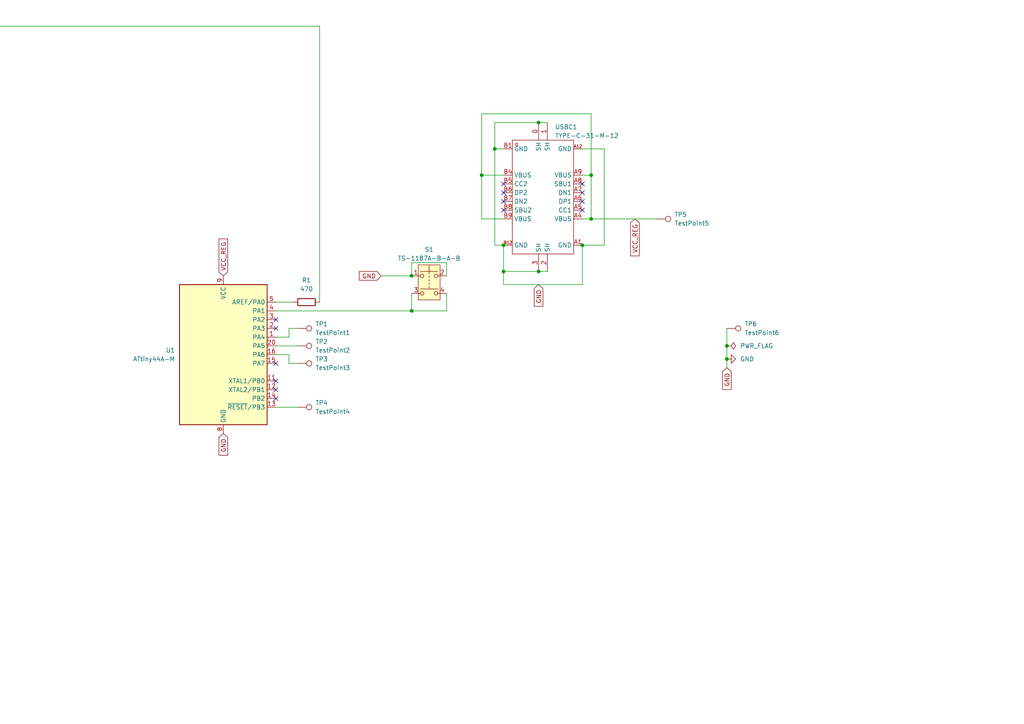
<source format=kicad_sch>
(kicad_sch (version 20231120) (generator "eeschema") (generator_version "8.0")
  (paper "A4")
  (lib_symbols
    (symbol "Connector:TestPoint" (pin_numbers hide) (pin_names (offset 0.762) hide)
      (property "Reference" "TP" (at 0 6.858 0))
      (property "Value" "TestPoint" (at 0 5.08 0))
      (symbol "TestPoint_0_1"
        (circle (center 0 3.302) (radius 0.762))
      )
      (symbol "TestPoint_1_1"
        (pin passive line (at 0 0 90) (length 2.54) (name "1") (number "1"))
      )
    )
    (symbol "Device:R" (pin_numbers hide) (pin_names (offset 0))
      (property "Reference" "R" (at 2.032 0 90))
      (property "Value" "R" (at 0 0 90))
      (symbol "R_0_1"
        (rectangle (start -1.016 -2.54) (end 1.016 2.54) (stroke (width 0.254)))
      )
      (symbol "R_1_1"
        (pin passive line (at 0 3.81 270) (length 1.27) (name "~") (number "1"))
        (pin passive line (at 0 -3.81 90) (length 1.27) (name "~") (number "2"))
      )
    )
    (symbol "MCU_Microchip_ATtiny:ATtiny44A-M"
      (property "Reference" "U" (at -12.7 21.59 0))
      (property "Value" "ATtiny44A-M" (at 2.54 -21.59 0))
      (symbol "ATtiny44A-M_0_1"
        (rectangle (start -12.7 -20.32) (end 12.7 20.32) (stroke (width 0.254)) (fill (type background)))
      )
      (symbol "ATtiny44A-M_1_1"
        (pin bidirectional line (at 15.24 5.08 180) (length 2.54) (name "PA4") (number "1"))
        (pin no_connect line (at -12.7 -10.16 0) (length 2.54) hide (name "NC") (number "10"))
        (pin bidirectional line (at 15.24 -7.62 180) (length 2.54) (name "XTAL1/PB0") (number "11"))
        (pin bidirectional line (at 15.24 -10.16 180) (length 2.54) (name "XTAL2/PB1") (number "12"))
        (pin bidirectional line (at 15.24 -15.24 180) (length 2.54) (name "~{RESET}/PB3") (number "13"))
        (pin bidirectional line (at 15.24 -12.7 180) (length 2.54) (name "PB2") (number "14"))
        (pin bidirectional line (at 15.24 -2.54 180) (length 2.54) (name "PA7") (number "15"))
        (pin bidirectional line (at 15.24 0 180) (length 2.54) (name "PA6") (number "16"))
        (pin no_connect line (at -12.7 -12.7 0) (length 2.54) hide (name "NC") (number "17"))
        (pin no_connect line (at -12.7 -15.24 0) (length 2.54) hide (name "NC") (number "18"))
        (pin no_connect line (at -12.7 -17.78 0) (length 2.54) hide (name "NC") (number "19"))
        (pin bidirectional line (at 15.24 7.62 180) (length 2.54) (name "PA3") (number "2"))
        (pin bidirectional line (at 15.24 2.54 180) (length 2.54) (name "PA5") (number "20"))
        (pin passive line (at 0 -22.86 90) (length 2.54) hide (name "GND") (number "21"))
        (pin bidirectional line (at 15.24 10.16 180) (length 2.54) (name "PA2") (number "3"))
        (pin bidirectional line (at 15.24 12.7 180) (length 2.54) (name "PA1") (number "4"))
        (pin bidirectional line (at 15.24 15.24 180) (length 2.54) (name "AREF/PA0") (number "5"))
        (pin no_connect line (at -12.7 -5.08 0) (length 2.54) hide (name "NC") (number "6"))
        (pin no_connect line (at -12.7 -7.62 0) (length 2.54) hide (name "NC") (number "7"))
        (pin power_in line (at 0 -22.86 90) (length 2.54) (name "GND") (number "8"))
        (pin power_in line (at 0 22.86 270) (length 2.54) (name "VCC") (number "9"))
      )
    )
    (symbol "Switch:SW_Push_Dual" (pin_names (offset 1.016) hide)
      (property "Reference" "SW" (at 0 7.62 0))
      (property "Value" "SW_Push_Dual" (at 0 -6.35 0))
      (symbol "SW_Push_Dual_0_1"
        (circle (center -2.032 -2.54) (radius 0.508))
        (circle (center -2.032 2.54) (radius 0.508))
        (polyline (pts (xy 0 -0.508) (xy 0 -1.016)))
        (polyline (pts (xy 0 0.508) (xy 0 0)))
        (polyline (pts (xy 0 1.016) (xy 0 1.524)))
        (polyline (pts (xy 0 2.032) (xy 0 2.54)))
        (polyline (pts (xy 0 3.048) (xy 0 3.556)))
        (polyline (pts (xy 0 3.81) (xy 0 5.588)))
        (polyline (pts (xy 2.54 -1.27) (xy -2.54 -1.27)))
        (polyline (pts (xy 2.54 3.81) (xy -2.54 3.81)))
        (circle (center 2.032 -2.54) (radius 0.508))
        (circle (center 2.032 2.54) (radius 0.508))
        (pin passive line (at -5.08 2.54 0) (length 2.54) (name "1") (number "1"))
        (pin passive line (at 5.08 2.54 180) (length 2.54) (name "2") (number "2"))
        (pin passive line (at -5.08 -2.54 0) (length 2.54) (name "3") (number "3"))
        (pin passive line (at 5.08 -2.54 180) (length 2.54) (name "4") (number "4"))
      )
      (symbol "SW_Push_Dual_1_1"
        (rectangle (start -3.175 5.715) (end 3.175 -4.445) (fill (type background)))
      )
    )
    (symbol "lih:SK6805-EC15"
      (property "Reference" "LED" (at 24.13 7.62 0))
      (property "Value" "SK6805-EC15" (at 24.13 5.08 0))
      (symbol "SK6805-EC15_1_1"
        (rectangle (start 5.08 2.54) (end 22.86 -5.08) (stroke (width 0.254)) (fill (type background)))
        (pin passive line (at 0 -2.54 0) (length 5.08) (name "DIN") (number "1"))
        (pin passive line (at 27.94 -2.54 180) (length 5.08) (name "VDD") (number "2"))
        (pin passive line (at 27.94 0 180) (length 5.08) (name "DOUT") (number "3"))
        (pin passive line (at 0 0 0) (length 5.08) (name "GND") (number "4"))
      )
    )
    (symbol "power:GND" (power) (pin_names (offset 0))
      (property "Value" "GND" (at 0 -3.81 0))
      (symbol "GND_0_1"
        (polyline (pts (xy 0 0) (xy 0 -1.27) (xy 1.27 -1.27) (xy 0 -2.54) (xy -1.27 -1.27) (xy 0 -1.27)))
      )
      (symbol "GND_1_1"
        (pin power_in line (at 0 0 270) (length 0) hide (name "GND") (number "1"))
      )
    )
    (symbol "power:PWR_FLAG" (power) (pin_numbers hide) (pin_names (offset 0) hide)
      (property "Value" "PWR_FLAG" (at 0 3.81 0))
      (symbol "PWR_FLAG_0_0"
        (pin power_out line (at 0 0 90) (length 0) (name "pwr") (number "1"))
      )
      (symbol "PWR_FLAG_0_1"
        (polyline (pts (xy 0 0) (xy 0 1.27) (xy -1.016 1.905) (xy 0 2.54) (xy 1.016 1.905) (xy 0 1.27)))
      )
    )
    (symbol "usb_c_symbol:TYPE-C-31-M-12"
      (property "Reference" "USBC" (at 0 0 0))
      (symbol "TYPE-C-31-M-12_1_0"
        (rectangle (start -8.89 -16.51) (end 8.89 16.51))
        (circle (center -7.62 15.24) (radius 0.381))
        (pin unspecified line (at -1.27 21.59 270) (length 5.08) (name "SH") (number "0"))
        (pin unspecified line (at 1.27 21.59 270) (length 5.08) (name "SH") (number "1"))
        (pin unspecified line (at 1.27 -21.59 90) (length 5.08) (name "SH") (number "2"))
        (pin unspecified line (at -1.27 -21.59 90) (length 5.08) (name "SH") (number "3"))
        (pin unspecified line (at 11.43 -13.97 180) (length 2.54) (name "GND") (number "A1"))
        (pin unspecified line (at 11.43 13.97 180) (length 2.54) (name "GND") (number "A12"))
        (pin unspecified line (at 11.43 -6.35 180) (length 2.54) (name "VBUS") (number "A4"))
        (pin unspecified line (at 11.43 -3.81 180) (length 2.54) (name "CC1") (number "A5"))
        (pin unspecified line (at 11.43 -1.27 180) (length 2.54) (name "DP1") (number "A6"))
        (pin unspecified line (at 11.43 1.27 180) (length 2.54) (name "DN1") (number "A7"))
        (pin unspecified line (at 11.43 3.81 180) (length 2.54) (name "SBU1") (number "A8"))
        (pin unspecified line (at 11.43 6.35 180) (length 2.54) (name "VBUS") (number "A9"))
        (pin unspecified line (at -11.43 13.97 0) (length 2.54) (name "GND") (number "B1"))
        (pin unspecified line (at -11.43 -13.97 0) (length 2.54) (name "GND") (number "B12"))
        (pin unspecified line (at -11.43 6.35 0) (length 2.54) (name "VBUS") (number "B4"))
        (pin unspecified line (at -11.43 3.81 0) (length 2.54) (name "CC2") (number "B5"))
        (pin unspecified line (at -11.43 1.27 0) (length 2.54) (name "DP2") (number "B6"))
        (pin unspecified line (at -11.43 -1.27 0) (length 2.54) (name "DN2") (number "B7"))
        (pin unspecified line (at -11.43 -3.81 0) (length 2.54) (name "SBU2") (number "B8"))
        (pin unspecified line (at -11.43 -6.35 0) (length 2.54) (name "VBUS") (number "B9"))
      )
    )
  )
  (junction (at 135.89 -25.4))
  (junction (at 119.38 90.17))
  (junction (at 43.18 -48.26))
  (junction (at 163.83 -11.43))
  (junction (at 224.79 -35.56))
  (junction (at 143.51 43.18))
  (junction (at 255.27 -35.56))
  (junction (at 139.7 50.8))
  (junction (at 171.45 50.8))
  (junction (at 162.56 -35.56))
  (junction (at 101.6 -35.56))
  (junction (at 156.21 78.74))
  (junction (at 156.21 35.56))
  (junction (at 105.41 -25.4))
  (junction (at 73.66 -25.4))
  (junction (at 101.6 -11.43))
  (junction (at 168.91 71.12))
  (junction (at 73.66 -48.26))
  (junction (at 224.79 -11.43))
  (junction (at 133.35 -11.43))
  (junction (at 227.33 -48.26))
  (junction (at 210.82 100.33))
  (junction (at 171.45 63.5))
  (junction (at 210.82 104.14))
  (junction (at 146.05 71.12))
  (junction (at 43.18 -25.4))
  (junction (at 146.05 78.74))
  (junction (at 71.12 -11.43))
  (junction (at 71.12 -35.56))
  (junction (at 134.62 -48.26))
  (junction (at 166.37 -48.26))
  (junction (at 194.31 -35.56))
  (junction (at 194.31 -11.43))
  (junction (at 104.14 -48.26))
  (junction (at 119.38 80.01))
  (junction (at 132.08 -35.56))
  (junction (at 166.37 -25.4))
  (junction (at 196.85 -48.26))
  (no_connect (at 168.91 53.34))
  (no_connect (at 80.01 105.41))
  (no_connect (at 168.91 60.96))
  (no_connect (at 224.79 -20.32))
  (no_connect (at 168.91 55.88))
  (no_connect (at 146.05 60.96))
  (no_connect (at 80.01 95.25))
  (no_connect (at 168.91 58.42))
  (no_connect (at 80.01 113.03))
  (no_connect (at 146.05 55.88))
  (no_connect (at 80.01 110.49))
  (no_connect (at 146.05 53.34))
  (no_connect (at 80.01 115.57))
  (no_connect (at 146.05 58.42))
  (no_connect (at 80.01 92.71))
  (wire (pts (xy 166.37 -25.4) (xy 135.89 -25.4)))
  (wire (pts (xy 285.75 -35.56) (xy 285.75 -40.64)))
  (wire (pts (xy 104.14 -48.26) (xy 134.62 -48.26)))
  (wire (pts (xy 224.79 -35.56) (xy 224.79 -40.64)))
  (wire (pts (xy 196.85 -48.26) (xy 196.85 -43.18)))
  (wire (pts (xy 71.12 -35.56) (xy 39.37 -35.56)))
  (wire (pts (xy -2.54 -40.64) (xy 11.43 -40.64)))
  (wire (pts (xy 163.83 -11.43) (xy 194.31 -11.43)))
  (wire (pts (xy 175.26 71.12) (xy 168.91 71.12)))
  (wire (pts (xy 143.51 35.56) (xy 143.51 43.18)))
  (wire (pts (xy 101.6 -35.56) (xy 71.12 -35.56)))
  (wire (pts (xy 171.45 63.5) (xy 168.91 63.5)))
  (wire (pts (xy 72.39 -20.32) (xy 72.39 -17.78)))
  (wire (pts (xy 119.38 76.2) (xy 119.38 80.01)))
  (wire (pts (xy 132.08 -35.56) (xy 101.6 -35.56)))
  (wire (pts (xy 146.05 82.55) (xy 146.05 78.74)))
  (wire (pts (xy 165.1 -17.78) (xy 166.37 -17.78)))
  (wire (pts (xy 3.81 -29.21) (xy 300.99 -29.21)))
  (wire (pts (xy 86.36 118.11) (xy 80.01 118.11)))
  (wire (pts (xy 139.7 50.8) (xy 139.7 33.02)))
  (wire (pts (xy 162.56 -35.56) (xy 132.08 -35.56)))
  (wire (pts (xy 41.91 -43.18) (xy 41.91 -40.64)))
  (wire (pts (xy 102.87 -40.64) (xy 104.14 -40.64)))
  (wire (pts (xy 146.05 78.74) (xy 146.05 71.12)))
  (wire (pts (xy 40.64 -17.78) (xy 43.18 -17.78)))
  (wire (pts (xy 72.39 -40.64) (xy 73.66 -40.64)))
  (wire (pts (xy 134.62 -20.32) (xy 134.62 -17.78)))
  (wire (pts (xy 43.18 -48.26) (xy 73.66 -48.26)))
  (wire (pts (xy 92.71 7.62) (xy 92.71 87.63)))
  (wire (pts (xy 80.01 87.63) (xy 85.09 87.63)))
  (wire (pts (xy 194.31 -35.56) (xy 194.31 -40.64)))
  (wire (pts (xy 43.18 -20.32) (xy 43.18 -25.4)))
  (wire (pts (xy 255.27 -35.56) (xy 224.79 -35.56)))
  (wire (pts (xy 195.58 -17.78) (xy 196.85 -17.78)))
  (wire (pts (xy 71.12 -11.43) (xy 39.37 -11.43)))
  (wire (pts (xy 73.66 -48.26) (xy 73.66 -43.18)))
  (wire (pts (xy 134.62 -48.26) (xy 166.37 -48.26)))
  (wire (pts (xy 146.05 82.55) (xy 168.91 82.55)))
  (wire (pts (xy 80.01 100.33) (xy 86.36 100.33)))
  (wire (pts (xy 43.18 -48.26) (xy 43.18 -43.18)))
  (wire (pts (xy 257.81 -48.26) (xy 257.81 -43.18)))
  (wire (pts (xy 71.12 -20.32) (xy 72.39 -20.32)))
  (wire (pts (xy 101.6 -35.56) (xy 101.6 -40.64)))
  (wire (pts (xy 162.56 -43.18) (xy 165.1 -43.18)))
  (wire (pts (xy 165.1 -20.32) (xy 165.1 -17.78)))
  (wire (pts (xy 129.54 76.2) (xy 129.54 80.01)))
  (wire (pts (xy 71.12 -17.78) (xy 71.12 -11.43)))
  (wire (pts (xy 101.6 -11.43) (xy 133.35 -11.43)))
  (wire (pts (xy 163.83 -20.32) (xy 165.1 -20.32)))
  (wire (pts (xy 165.1 -43.18) (xy 165.1 -40.64)))
  (wire (pts (xy 101.6 -20.32) (xy 102.87 -20.32)))
  (wire (pts (xy -2.54 7.62) (xy 92.71 7.62)))
  (wire (pts (xy 102.87 -20.32) (xy 102.87 -17.78)))
  (wire (pts (xy 156.21 35.56) (xy 158.75 35.56)))
  (wire (pts (xy 119.38 85.09) (xy 119.38 90.17)))
  (wire (pts (xy 255.27 -35.56) (xy 255.27 -40.64)))
  (wire (pts (xy 146.05 63.5) (xy 139.7 63.5)))
  (wire (pts (xy 175.26 43.18) (xy 175.26 71.12)))
  (wire (pts (xy 110.49 80.01) (xy 119.38 80.01)))
  (wire (pts (xy 300.99 -43.18) (xy 300.99 -29.21)))
  (wire (pts (xy 86.36 105.41) (xy 83.82 105.41)))
  (wire (pts (xy 210.82 95.25) (xy 210.82 100.33)))
  (wire (pts (xy 256.54 -43.18) (xy 256.54 -40.64)))
  (wire (pts (xy 135.89 -25.4) (xy 105.41 -25.4)))
  (wire (pts (xy 285.75 -35.56) (xy 255.27 -35.56)))
  (wire (pts (xy 146.05 78.74) (xy 156.21 78.74)))
  (wire (pts (xy 3.81 -29.21) (xy 3.81 -17.78)))
  (wire (pts (xy 168.91 43.18) (xy 175.26 43.18)))
  (wire (pts (xy 226.06 -40.64) (xy 227.33 -40.64)))
  (wire (pts (xy 133.35 -40.64) (xy 134.62 -40.64)))
  (wire (pts (xy 224.79 -43.18) (xy 226.06 -43.18)))
  (wire (pts (xy 196.85 -48.26) (xy 227.33 -48.26)))
  (wire (pts (xy 83.82 102.87) (xy 80.01 102.87)))
  (wire (pts (xy 168.91 50.8) (xy 171.45 50.8)))
  (wire (pts (xy 210.82 100.33) (xy 210.82 104.14)))
  (wire (pts (xy 73.66 -20.32) (xy 73.66 -25.4)))
  (wire (pts (xy 105.41 -25.4) (xy 73.66 -25.4)))
  (wire (pts (xy 134.62 -17.78) (xy 135.89 -17.78)))
  (wire (pts (xy 139.7 33.02) (xy 171.45 33.02)))
  (wire (pts (xy 194.31 -11.43) (xy 224.79 -11.43)))
  (wire (pts (xy 129.54 85.09) (xy 129.54 90.17)))
  (wire (pts (xy 135.89 -20.32) (xy 135.89 -25.4)))
  (wire (pts (xy 194.31 -43.18) (xy 195.58 -43.18)))
  (wire (pts (xy 11.43 -48.26) (xy 11.43 -43.18)))
  (wire (pts (xy 134.62 -48.26) (xy 134.62 -43.18)))
  (wire (pts (xy 195.58 -40.64) (xy 196.85 -40.64)))
  (wire (pts (xy 73.66 -25.4) (xy 43.18 -25.4)))
  (wire (pts (xy 39.37 -35.56) (xy 39.37 -40.64)))
  (wire (pts (xy 224.79 -11.43) (xy 224.79 -17.78)))
  (wire (pts (xy 39.37 -43.18) (xy 41.91 -43.18)))
  (wire (pts (xy 196.85 -20.32) (xy 196.85 -25.4)))
  (wire (pts (xy 86.36 95.25) (xy 83.82 95.25)))
  (wire (pts (xy 162.56 -35.56) (xy 162.56 -40.64)))
  (wire (pts (xy 71.12 -35.56) (xy 71.12 -40.64)))
  (wire (pts (xy 80.01 90.17) (xy 119.38 90.17)))
  (wire (pts (xy 133.35 -43.18) (xy 133.35 -40.64)))
  (wire (pts (xy 102.87 -43.18) (xy 102.87 -40.64)))
  (wire (pts (xy 72.39 -43.18) (xy 72.39 -40.64)))
  (wire (pts (xy 194.31 -20.32) (xy 195.58 -20.32)))
  (wire (pts (xy 132.08 -35.56) (xy 132.08 -40.64)))
  (wire (pts (xy 11.43 -25.4) (xy 43.18 -25.4)))
  (wire (pts (xy 119.38 76.2) (xy 129.54 76.2)))
  (wire (pts (xy 227.33 -48.26) (xy 257.81 -48.26)))
  (wire (pts (xy 163.83 -11.43) (xy 163.83 -17.78)))
  (wire (pts (xy 227.33 -48.26) (xy 227.33 -43.18)))
  (wire (pts (xy 133.35 -11.43) (xy 133.35 -17.78)))
  (wire (pts (xy 132.08 -43.18) (xy 133.35 -43.18)))
  (wire (pts (xy 195.58 -20.32) (xy 195.58 -17.78)))
  (wire (pts (xy 256.54 -40.64) (xy 257.81 -40.64)))
  (wire (pts (xy 171.45 33.02) (xy 171.45 50.8)))
  (wire (pts (xy 166.37 -48.26) (xy 166.37 -43.18)))
  (wire (pts (xy 83.82 97.79) (xy 80.01 97.79)))
  (wire (pts (xy 39.37 -11.43) (xy 39.37 -17.78)))
  (wire (pts (xy 83.82 105.41) (xy 83.82 102.87)))
  (wire (pts (xy 11.43 -48.26) (xy 43.18 -48.26)))
  (wire (pts (xy 255.27 -43.18) (xy 256.54 -43.18)))
  (wire (pts (xy 139.7 63.5) (xy 139.7 50.8)))
  (wire (pts (xy 41.91 -40.64) (xy 43.18 -40.64)))
  (wire (pts (xy 156.21 35.56) (xy 143.51 35.56)))
  (wire (pts (xy 166.37 -48.26) (xy 196.85 -48.26)))
  (wire (pts (xy 72.39 -17.78) (xy 73.66 -17.78)))
  (wire (pts (xy 171.45 50.8) (xy 171.45 63.5)))
  (wire (pts (xy 104.14 -48.26) (xy 104.14 -43.18)))
  (wire (pts (xy 11.43 -25.4) (xy 11.43 -20.32)))
  (wire (pts (xy 146.05 43.18) (xy 143.51 43.18)))
  (wire (pts (xy 168.91 71.12) (xy 168.91 82.55)))
  (wire (pts (xy 83.82 95.25) (xy 83.82 97.79)))
  (wire (pts (xy 129.54 90.17) (xy 119.38 90.17)))
  (wire (pts (xy 71.12 -43.18) (xy 72.39 -43.18)))
  (wire (pts (xy 165.1 -40.64) (xy 166.37 -40.64)))
  (wire (pts (xy 156.21 78.74) (xy 158.75 78.74)))
  (wire (pts (xy 101.6 -11.43) (xy 101.6 -17.78)))
  (wire (pts (xy 226.06 -43.18) (xy 226.06 -40.64)))
  (wire (pts (xy 171.45 63.5) (xy 190.5 63.5)))
  (wire (pts (xy 166.37 -20.32) (xy 166.37 -25.4)))
  (wire (pts (xy 143.51 71.12) (xy 146.05 71.12)))
  (wire (pts (xy 73.66 -48.26) (xy 104.14 -48.26)))
  (wire (pts (xy 285.75 -43.18) (xy 300.99 -43.18)))
  (wire (pts (xy 133.35 -11.43) (xy 163.83 -11.43)))
  (wire (pts (xy 3.81 -17.78) (xy 11.43 -17.78)))
  (wire (pts (xy 224.79 -11.43) (xy 285.75 -11.43)))
  (wire (pts (xy 194.31 -11.43) (xy 194.31 -17.78)))
  (wire (pts (xy 105.41 -20.32) (xy 105.41 -25.4)))
  (wire (pts (xy 224.79 -35.56) (xy 194.31 -35.56)))
  (wire (pts (xy -2.54 7.62) (xy -2.54 -40.64)))
  (wire (pts (xy 210.82 104.14) (xy 210.82 106.68)))
  (wire (pts (xy 39.37 -20.32) (xy 40.64 -20.32)))
  (wire (pts (xy 71.12 -11.43) (xy 101.6 -11.43)))
  (wire (pts (xy 133.35 -20.32) (xy 134.62 -20.32)))
  (wire (pts (xy 101.6 -43.18) (xy 102.87 -43.18)))
  (wire (pts (xy 194.31 -35.56) (xy 162.56 -35.56)))
  (wire (pts (xy 102.87 -17.78) (xy 105.41 -17.78)))
  (wire (pts (xy 146.05 50.8) (xy 139.7 50.8)))
  (wire (pts (xy 196.85 -25.4) (xy 166.37 -25.4)))
  (wire (pts (xy 143.51 43.18) (xy 143.51 71.12)))
  (wire (pts (xy 40.64 -20.32) (xy 40.64 -17.78)))
  (wire (pts (xy 195.58 -43.18) (xy 195.58 -40.64)))
  (global_label "VCC_REG" (shape input) (at 285.75 -35.56 0) (property "Intersheetrefs" "${INTERSHEET_REFS}" (effects (hide yes))))
  (global_label "GND" (shape input) (at 64.77 125.73 270) (property "Intersheetrefs" "${INTERSHEET_REFS}" (effects (hide yes))))
  (global_label "GND" (shape input) (at 110.49 80.01 180) (property "Intersheetrefs" "${INTERSHEET_REFS}" (effects (hide yes))))
  (global_label "GND" (shape input) (at 156.21 82.55 270) (property "Intersheetrefs" "${INTERSHEET_REFS}" (effects (hide yes))))
  (global_label "GND" (shape input) (at 210.82 106.68 270) (property "Intersheetrefs" "${INTERSHEET_REFS}" (effects (hide yes))))
  (global_label "VCC_REG" (shape input) (at 184.15 63.5 270) (property "Intersheetrefs" "${INTERSHEET_REFS}" (effects (hide yes))))
  (global_label "GND" (shape input) (at 11.43 -25.4 180) (property "Intersheetrefs" "${INTERSHEET_REFS}" (effects (hide yes))))
  (global_label "GND" (shape input) (at 11.43 -48.26 180) (property "Intersheetrefs" "${INTERSHEET_REFS}" (effects (hide yes))))
  (global_label "VCC_REG" (shape input) (at 64.77 80.01 90) (property "Intersheetrefs" "${INTERSHEET_REFS}" (effects (hide yes))))
  (global_label "VCC_REG" (shape input) (at 285.75 -11.43 0) (property "Intersheetrefs" "${INTERSHEET_REFS}" (effects (hide yes))))
  (symbol (lib_id "Connector:TestPoint") (at 86.36 95.25 270) (unit 1)
    (property "Reference" "TP1" (at 91.44 93.98 90) (effects (justify left)))
    (property "Value" "TestPoint1" (at 91.44 96.52 90) (effects (justify left)))
    (property "Footprint" "TestPoint:TestPoint_Pad_D1.5mm" (effects (hide yes)))
  )
  (symbol (lib_id "lih:SK6805-EC15") (at 227.33 -43.18 0) (unit 1)
    (property "Reference" "D8" (at 241.3 -50.8 0))
    (property "Value" "SK6805" (at 241.3 -48.26 0))
    (property "Footprint" "LED_SMD:LED_SK6812_EC15_1.5x1.5mm" (effects (hide yes)))
    (property "Datasheet" "http://www.normandled.com/upload/202003/SK6805-EC15%20LED%20Datasheet.pdf" (effects (hide yes)))
    (property "Height" "0.75" (effects (hide yes)))
    (property "Manufacturer_Name" "Shenzhen Normand Electronic" (effects (hide yes)))
    (property "Manufacturer_Part_Number" "SK6805-EC15" (effects (hide yes)))
  )
  (symbol (lib_id "Connector:TestPoint") (at 210.82 95.25 270) (unit 1)
    (property "Reference" "TP6" (at 215.9 93.9799 90) (effects (justify left)))
    (property "Value" "TestPoint6" (at 215.9 96.5199 90) (effects (justify left)))
    (property "Footprint" "TestPoint:TestPoint_Pad_D1.5mm" (effects (hide yes)))
  )
  (symbol (lib_id "lih:SK6805-EC15") (at 105.41 -20.32 0) (unit 1)
    (property "Reference" "D13" (at 119.38 -27.94 0))
    (property "Value" "SK6805" (at 119.38 -25.4 0))
    (property "Footprint" "LED_SMD:LED_SK6812_EC15_1.5x1.5mm" (effects (hide yes)))
    (property "Datasheet" "http://www.normandled.com/upload/202003/SK6805-EC15%20LED%20Datasheet.pdf" (effects (hide yes)))
    (property "Height" "0.75" (effects (hide yes)))
    (property "Manufacturer_Name" "Shenzhen Normand Electronic" (effects (hide yes)))
    (property "Manufacturer_Part_Number" "SK6805-EC15" (effects (hide yes)))
  )
  (symbol (lib_id "lih:SK6805-EC15") (at 73.66 -43.18 0) (unit 1)
    (property "Reference" "D3" (at 87.63 -50.8 0))
    (property "Value" "SK6805" (at 87.63 -48.26 0))
    (property "Footprint" "LED_SMD:LED_SK6812_EC15_1.5x1.5mm" (effects (hide yes)))
    (property "Datasheet" "http://www.normandled.com/upload/202003/SK6805-EC15%20LED%20Datasheet.pdf" (effects (hide yes)))
    (property "Height" "0.75" (effects (hide yes)))
    (property "Manufacturer_Name" "Shenzhen Normand Electronic" (effects (hide yes)))
    (property "Manufacturer_Part_Number" "SK6805-EC15" (effects (hide yes)))
  )
  (symbol (lib_id "Switch:SW_Push_Dual") (at 124.46 82.55 0) (unit 1)
    (property "Reference" "S1" (at 124.46 72.39 0))
    (property "Value" "TS-1187A-B-A-B" (at 124.46 74.93 0))
    (property "Footprint" "pushbutton:SW-SMD_4P-L5.1-W5.1-P3.70-LS6.5-TL_H1.5" (effects (hide yes)))
    (property "Description" "Push button switch, generic, symbol, four pins" (effects (hide yes)))
    (property "Height" "4.05" (effects (hide yes)))
    (property "Manufacturer_Name" "XKB Connectivity" (effects (hide yes)))
    (property "Manufacturer_Part_Number" "TS-1187A-B-A-B" (effects (hide yes)))
    (property "LCSC Part #" "C412370" (effects (hide yes)))
  )
  (symbol (lib_id "MCU_Microchip_ATtiny:ATtiny44A-M") (at 64.77 102.87 0) (unit 1)
    (property "Reference" "U1" (at 50.8 101.6 0) (effects (justify right)))
    (property "Value" "ATtiny44A-M" (at 50.8 104.14 0) (effects (justify right)))
    (property "Footprint" "Package_DFN_QFN:QFN-20-1EP_4x4mm_P0.5mm_EP2.5x2.5mm_ThermalVias" (effects (hide yes)))
    (property "Datasheet" "http://ww1.microchip.com/downloads/en/DeviceDoc/doc8183.pdf" (effects (hide yes)))
  )
  (symbol (lib_id "power:GND") (at 210.82 104.14 90) (unit 1)
    (property "Reference" "#PWR01" (effects (hide yes)))
    (property "Value" "GND" (at 214.63 104.1399 90) (effects (justify right)))
  )
  (symbol (lib_id "Connector:TestPoint") (at 86.36 105.41 270) (unit 1)
    (property "Reference" "TP3" (at 91.44 104.14 90) (effects (justify left)))
    (property "Value" "TestPoint3" (at 91.44 106.68 90) (effects (justify left)))
    (property "Footprint" "TestPoint:TestPoint_Pad_D1.5mm" (effects (hide yes)))
  )
  (symbol (lib_id "power:PWR_FLAG") (at 210.82 100.33 270) (unit 1)
    (property "Reference" "#FLG03" (effects (hide yes)))
    (property "Value" "PWR_FLAG" (at 214.63 100.3299 90) (effects (justify left)))
  )
  (symbol (lib_id "lih:SK6805-EC15") (at 166.37 -43.18 0) (unit 1)
    (property "Reference" "D6" (at 180.34 -50.8 0))
    (property "Value" "SK6805" (at 180.34 -48.26 0))
    (property "Footprint" "LED_SMD:LED_SK6812_EC15_1.5x1.5mm" (effects (hide yes)))
    (property "Datasheet" "http://www.normandled.com/upload/202003/SK6805-EC15%20LED%20Datasheet.pdf" (effects (hide yes)))
    (property "Height" "0.75" (effects (hide yes)))
    (property "Manufacturer_Name" "Shenzhen Normand Electronic" (effects (hide yes)))
    (property "Manufacturer_Part_Number" "SK6805-EC15" (effects (hide yes)))
  )
  (symbol (lib_id "lih:SK6805-EC15") (at 196.85 -43.18 0) (unit 1)
    (property "Reference" "D7" (at 210.82 -50.8 0))
    (property "Value" "SK6805" (at 210.82 -48.26 0))
    (property "Footprint" "LED_SMD:LED_SK6812_EC15_1.5x1.5mm" (effects (hide yes)))
    (property "Datasheet" "http://www.normandled.com/upload/202003/SK6805-EC15%20LED%20Datasheet.pdf" (effects (hide yes)))
    (property "Height" "0.75" (effects (hide yes)))
    (property "Manufacturer_Name" "Shenzhen Normand Electronic" (effects (hide yes)))
    (property "Manufacturer_Part_Number" "SK6805-EC15" (effects (hide yes)))
  )
  (symbol (lib_id "lih:SK6805-EC15") (at 134.62 -43.18 0) (unit 1)
    (property "Reference" "D5" (at 148.59 -50.8 0))
    (property "Value" "SK6805" (at 148.59 -48.26 0))
    (property "Footprint" "LED_SMD:LED_SK6812_EC15_1.5x1.5mm" (effects (hide yes)))
    (property "Datasheet" "http://www.normandled.com/upload/202003/SK6805-EC15%20LED%20Datasheet.pdf" (effects (hide yes)))
    (property "Height" "0.75" (effects (hide yes)))
    (property "Manufacturer_Name" "Shenzhen Normand Electronic" (effects (hide yes)))
    (property "Manufacturer_Part_Number" "SK6805-EC15" (effects (hide yes)))
  )
  (symbol (lib_id "lih:SK6805-EC15") (at 43.18 -20.32 0) (unit 1)
    (property "Reference" "D11" (at 57.15 -27.94 0))
    (property "Value" "SK6805" (at 57.15 -25.4 0))
    (property "Footprint" "LED_SMD:LED_SK6812_EC15_1.5x1.5mm" (effects (hide yes)))
    (property "Datasheet" "http://www.normandled.com/upload/202003/SK6805-EC15%20LED%20Datasheet.pdf" (effects (hide yes)))
    (property "Height" "0.75" (effects (hide yes)))
    (property "Manufacturer_Name" "Shenzhen Normand Electronic" (effects (hide yes)))
    (property "Manufacturer_Part_Number" "SK6805-EC15" (effects (hide yes)))
  )
  (symbol (lib_id "lih:SK6805-EC15") (at 11.43 -20.32 0) (unit 1)
    (property "Reference" "D10" (at 25.4 -27.94 0))
    (property "Value" "SK6805" (at 25.4 -25.4 0))
    (property "Footprint" "LED_SMD:LED_SK6812_EC15_1.5x1.5mm" (effects (hide yes)))
    (property "Datasheet" "http://www.normandled.com/upload/202003/SK6805-EC15%20LED%20Datasheet.pdf" (effects (hide yes)))
    (property "Height" "0.75" (effects (hide yes)))
    (property "Manufacturer_Name" "Shenzhen Normand Electronic" (effects (hide yes)))
    (property "Manufacturer_Part_Number" "SK6805-EC15" (effects (hide yes)))
  )
  (symbol (lib_id "lih:SK6805-EC15") (at 135.89 -20.32 0) (unit 1)
    (property "Reference" "D14" (at 149.86 -27.94 0))
    (property "Value" "SK6805" (at 149.86 -25.4 0))
    (property "Footprint" "LED_SMD:LED_SK6812_EC15_1.5x1.5mm" (effects (hide yes)))
    (property "Datasheet" "http://www.normandled.com/upload/202003/SK6805-EC15%20LED%20Datasheet.pdf" (effects (hide yes)))
    (property "Height" "0.75" (effects (hide yes)))
    (property "Manufacturer_Name" "Shenzhen Normand Electronic" (effects (hide yes)))
    (property "Manufacturer_Part_Number" "SK6805-EC15" (effects (hide yes)))
  )
  (symbol (lib_id "lih:SK6805-EC15") (at 166.37 -20.32 0) (unit 1)
    (property "Reference" "D15" (at 180.34 -27.94 0))
    (property "Value" "SK6805" (at 180.34 -25.4 0))
    (property "Footprint" "LED_SMD:LED_SK6812_EC15_1.5x1.5mm" (effects (hide yes)))
    (property "Datasheet" "http://www.normandled.com/upload/202003/SK6805-EC15%20LED%20Datasheet.pdf" (effects (hide yes)))
    (property "Height" "0.75" (effects (hide yes)))
    (property "Manufacturer_Name" "Shenzhen Normand Electronic" (effects (hide yes)))
    (property "Manufacturer_Part_Number" "SK6805-EC15" (effects (hide yes)))
  )
  (symbol (lib_id "Connector:TestPoint") (at 86.36 100.33 270) (unit 1)
    (property "Reference" "TP2" (at 91.44 99.06 90) (effects (justify left)))
    (property "Value" "TestPoint2" (at 91.44 101.6 90) (effects (justify left)))
    (property "Footprint" "TestPoint:TestPoint_Pad_D1.5mm" (effects (hide yes)))
  )
  (symbol (lib_id "lih:SK6805-EC15") (at 104.14 -43.18 0) (unit 1)
    (property "Reference" "D4" (at 118.11 -50.8 0))
    (property "Value" "SK6805" (at 118.11 -48.26 0))
    (property "Footprint" "LED_SMD:LED_SK6812_EC15_1.5x1.5mm" (effects (hide yes)))
    (property "Datasheet" "http://www.normandled.com/upload/202003/SK6805-EC15%20LED%20Datasheet.pdf" (effects (hide yes)))
    (property "Height" "0.75" (effects (hide yes)))
    (property "Manufacturer_Name" "Shenzhen Normand Electronic" (effects (hide yes)))
    (property "Manufacturer_Part_Number" "SK6805-EC15" (effects (hide yes)))
  )
  (symbol (lib_id "lih:SK6805-EC15") (at 43.18 -43.18 0) (unit 1)
    (property "Reference" "D2" (at 57.15 -50.8 0))
    (property "Value" "SK6805" (at 57.15 -48.26 0))
    (property "Footprint" "LED_SMD:LED_SK6812_EC15_1.5x1.5mm" (effects (hide yes)))
    (property "Datasheet" "http://www.normandled.com/upload/202003/SK6805-EC15%20LED%20Datasheet.pdf" (effects (hide yes)))
    (property "Height" "0.75" (effects (hide yes)))
    (property "Manufacturer_Name" "Shenzhen Normand Electronic" (effects (hide yes)))
    (property "Manufacturer_Part_Number" "SK6805-EC15" (effects (hide yes)))
  )
  (symbol (lib_id "lih:SK6805-EC15") (at 11.43 -43.18 0) (unit 1)
    (property "Reference" "D1" (at 25.4 -50.8 0))
    (property "Value" "SK6805" (at 25.4 -48.26 0))
    (property "Footprint" "LED_SMD:LED_SK6812_EC15_1.5x1.5mm" (effects (hide yes)))
    (property "Datasheet" "http://www.normandled.com/upload/202003/SK6805-EC15%20LED%20Datasheet.pdf" (effects (hide yes)))
    (property "Height" "0.75" (effects (hide yes)))
    (property "Manufacturer_Name" "Shenzhen Normand Electronic" (effects (hide yes)))
    (property "Manufacturer_Part_Number" "SK6805-EC15" (effects (hide yes)))
  )
  (symbol (lib_id "lih:SK6805-EC15") (at 196.85 -20.32 0) (unit 1)
    (property "Reference" "D16" (at 210.82 -27.94 0))
    (property "Value" "SK6805" (at 210.82 -25.4 0))
    (property "Footprint" "LED_SMD:LED_SK6812_EC15_1.5x1.5mm" (effects (hide yes)))
    (property "Datasheet" "http://www.normandled.com/upload/202003/SK6805-EC15%20LED%20Datasheet.pdf" (effects (hide yes)))
    (property "Height" "0.75" (effects (hide yes)))
    (property "Manufacturer_Name" "Shenzhen Normand Electronic" (effects (hide yes)))
    (property "Manufacturer_Part_Number" "SK6805-EC15" (effects (hide yes)))
  )
  (symbol (lib_id "Device:R") (at 88.9 87.63 90) (unit 1)
    (property "Reference" "R1" (at 88.9 81.28 90))
    (property "Value" "470" (at 88.9 83.82 90))
    (property "Footprint" "Resistor_SMD:R_0603_1608Metric" (effects (hide yes)))
  )
  (symbol (lib_id "Connector:TestPoint") (at 86.36 118.11 270) (unit 1)
    (property "Reference" "TP4" (at 91.44 116.84 90) (effects (justify left)))
    (property "Value" "TestPoint4" (at 91.44 119.38 90) (effects (justify left)))
    (property "Footprint" "TestPoint:TestPoint_Pad_D1.5mm" (effects (hide yes)))
  )
  (symbol (lib_id "usb_c_symbol:TYPE-C-31-M-12") (at 157.48 57.15 0) (unit 1)
    (property "Reference" "USBC1" (at 160.9441 36.83 0) (effects (justify left)))
    (property "Value" "TYPE-C-31-M-12" (at 160.9441 39.37 0) (effects (justify left)))
    (property "Footprint" "usb_c:USB-C_SMD-TYPE-C-31-M-12" (effects (hide yes)))
    (property "Datasheet" "https://atta.szlcsc.com/upload/public/pdf/source/20220525/466408E853115E789EDB0DDC29077C05.pdf" (effects (hide yes)))
    (property "Description" "Connector Type:Type-C Standard:- Gender:Female Mounting Style:- Number of Contacts:16P Number of Ports:1 Current Rating - Power (Max):5A Operating Temperature Range:- Operating Temperature Range:-" (effects (hide yes)))
    (property "Manufacturer Part" "TYPE-C-31-M-12" (effects (hide yes)))
    (property "Manufacturer" "韩国韩荣" (effects (hide yes)))
    (property "Supplier Part" "C165948" (effects (hide yes)))
    (property "Supplier" "LCSC" (effects (hide yes)))
    (property "LCSC Part Name" "Type-C 母" (effects (hide yes)))
    (property "LCSC Part #" "C165948" (effects (hide yes)))
  )
  (symbol (lib_id "Connector:TestPoint") (at 190.5 63.5 270) (unit 1)
    (property "Reference" "TP5" (at 195.58 62.2299 90) (effects (justify left)))
    (property "Value" "TestPoint5" (at 195.58 64.7699 90) (effects (justify left)))
    (property "Footprint" "TestPoint:TestPoint_Pad_D1.5mm" (effects (hide yes)))
  )
  (symbol (lib_id "lih:SK6805-EC15") (at 257.81 -43.18 0) (unit 1)
    (property "Reference" "D9" (at 271.78 -50.8 0))
    (property "Value" "SK6805" (at 271.78 -48.26 0))
    (property "Footprint" "LED_SMD:LED_SK6812_EC15_1.5x1.5mm" (effects (hide yes)))
    (property "Datasheet" "http://www.normandled.com/upload/202003/SK6805-EC15%20LED%20Datasheet.pdf" (effects (hide yes)))
    (property "Height" "0.75" (effects (hide yes)))
    (property "Manufacturer_Name" "Shenzhen Normand Electronic" (effects (hide yes)))
    (property "Manufacturer_Part_Number" "SK6805-EC15" (effects (hide yes)))
  )
  (symbol (lib_id "lih:SK6805-EC15") (at 73.66 -20.32 0) (unit 1)
    (property "Reference" "D12" (at 87.63 -27.94 0))
    (property "Value" "SK6805" (at 87.63 -25.4 0))
    (property "Footprint" "LED_SMD:LED_SK6812_EC15_1.5x1.5mm" (effects (hide yes)))
    (property "Datasheet" "http://www.normandled.com/upload/202003/SK6805-EC15%20LED%20Datasheet.pdf" (effects (hide yes)))
    (property "Height" "0.75" (effects (hide yes)))
    (property "Manufacturer_Name" "Shenzhen Normand Electronic" (effects (hide yes)))
    (property "Manufacturer_Part_Number" "SK6805-EC15" (effects (hide yes)))
  )
)
</source>
